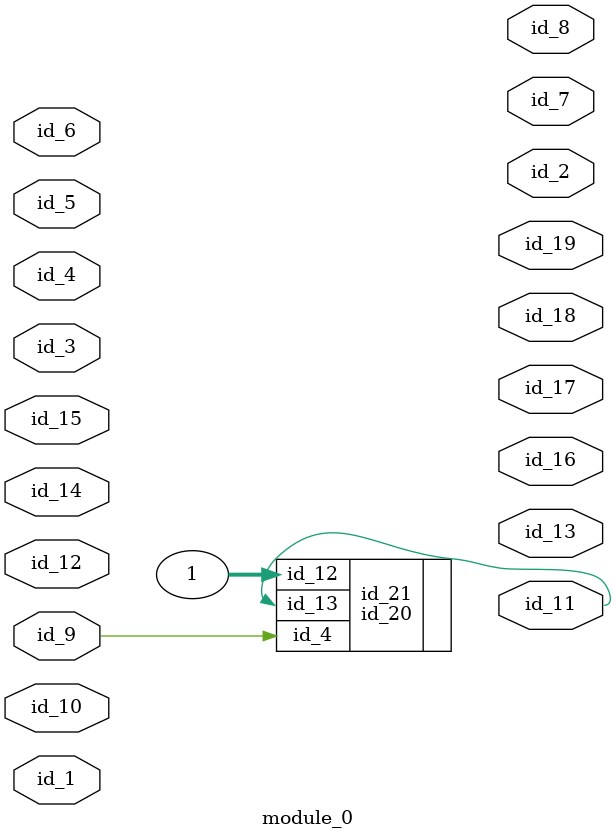
<source format=v>
module module_0 (
    id_1,
    id_2,
    id_3,
    id_4,
    id_5,
    id_6,
    id_7,
    id_8,
    id_9,
    id_10,
    id_11,
    id_12,
    id_13,
    id_14,
    id_15,
    id_16,
    id_17,
    id_18,
    id_19
);
  output id_19;
  output id_18;
  output id_17;
  output id_16;
  input id_15;
  input id_14;
  output id_13;
  input id_12;
  output id_11;
  input id_10;
  input id_9;
  output id_8;
  output id_7;
  input id_6;
  input id_5;
  input id_4;
  input id_3;
  output id_2;
  input id_1;
  id_20 id_21 (
      .id_4 (id_9),
      .id_12(1),
      .id_13(id_11)
  );
endmodule

</source>
